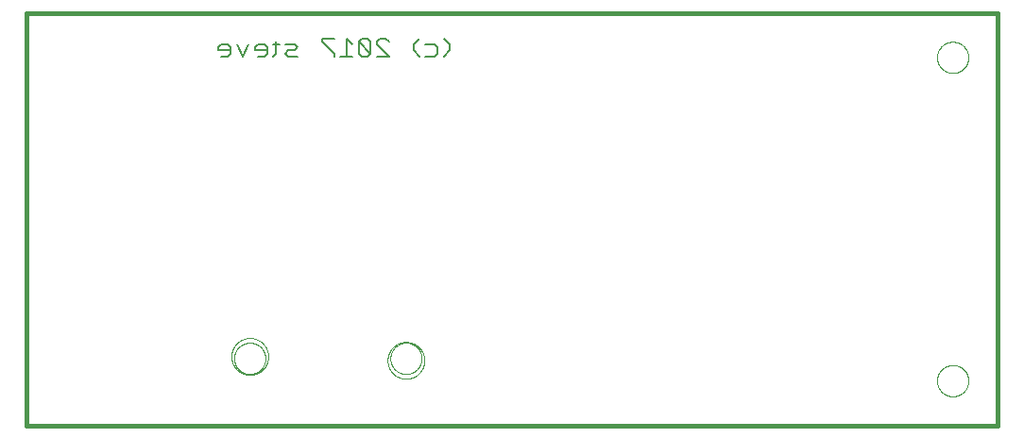
<source format=gbo>
G75*
%MOIN*%
%OFA0B0*%
%FSLAX25Y25*%
%IPPOS*%
%LPD*%
%AMOC8*
5,1,8,0,0,1.08239X$1,22.5*
%
%ADD10C,0.01600*%
%ADD11C,0.00600*%
%ADD12C,0.00000*%
D10*
X0001800Y0001800D02*
X0001800Y0147469D01*
X0344320Y0147469D01*
X0344320Y0001800D01*
X0001800Y0001800D01*
D11*
X0070558Y0132021D02*
X0072693Y0132021D01*
X0073760Y0133089D01*
X0073760Y0135224D01*
X0072693Y0136292D01*
X0070558Y0136292D01*
X0069490Y0135224D01*
X0069490Y0134156D01*
X0073760Y0134156D01*
X0075936Y0136292D02*
X0078071Y0132021D01*
X0080206Y0136292D01*
X0082381Y0135224D02*
X0082381Y0134156D01*
X0086651Y0134156D01*
X0086651Y0133089D02*
X0086651Y0135224D01*
X0085584Y0136292D01*
X0083449Y0136292D01*
X0082381Y0135224D01*
X0083449Y0132021D02*
X0085584Y0132021D01*
X0086651Y0133089D01*
X0088813Y0132021D02*
X0089881Y0133089D01*
X0089881Y0137359D01*
X0090948Y0136292D02*
X0088813Y0136292D01*
X0093124Y0136292D02*
X0096326Y0136292D01*
X0097394Y0135224D01*
X0096326Y0134156D01*
X0094191Y0134156D01*
X0093124Y0133089D01*
X0094191Y0132021D01*
X0097394Y0132021D01*
X0106015Y0137359D02*
X0110285Y0133089D01*
X0110285Y0132021D01*
X0112460Y0132021D02*
X0116730Y0132021D01*
X0114595Y0132021D02*
X0114595Y0138427D01*
X0116730Y0136292D01*
X0118905Y0137359D02*
X0123176Y0133089D01*
X0122108Y0132021D01*
X0119973Y0132021D01*
X0118905Y0133089D01*
X0118905Y0137359D01*
X0119973Y0138427D01*
X0122108Y0138427D01*
X0123176Y0137359D01*
X0123176Y0133089D01*
X0125351Y0132021D02*
X0129621Y0132021D01*
X0125351Y0136292D01*
X0125351Y0137359D01*
X0126419Y0138427D01*
X0128554Y0138427D01*
X0129621Y0137359D01*
X0138229Y0136292D02*
X0140364Y0138427D01*
X0138229Y0136292D02*
X0138229Y0134156D01*
X0140364Y0132021D01*
X0142539Y0132021D02*
X0145742Y0132021D01*
X0146809Y0133089D01*
X0146809Y0135224D01*
X0145742Y0136292D01*
X0142539Y0136292D01*
X0148971Y0138427D02*
X0151106Y0136292D01*
X0151106Y0134156D01*
X0148971Y0132021D01*
X0110285Y0138427D02*
X0106015Y0138427D01*
X0106015Y0137359D01*
D12*
X0323060Y0131721D02*
X0323062Y0131869D01*
X0323068Y0132017D01*
X0323078Y0132165D01*
X0323092Y0132312D01*
X0323110Y0132459D01*
X0323131Y0132605D01*
X0323157Y0132751D01*
X0323187Y0132896D01*
X0323220Y0133040D01*
X0323258Y0133183D01*
X0323299Y0133325D01*
X0323344Y0133466D01*
X0323392Y0133606D01*
X0323445Y0133745D01*
X0323501Y0133882D01*
X0323561Y0134017D01*
X0323624Y0134151D01*
X0323691Y0134283D01*
X0323762Y0134413D01*
X0323836Y0134541D01*
X0323913Y0134667D01*
X0323994Y0134791D01*
X0324078Y0134913D01*
X0324165Y0135032D01*
X0324256Y0135149D01*
X0324350Y0135264D01*
X0324446Y0135376D01*
X0324546Y0135486D01*
X0324648Y0135592D01*
X0324754Y0135696D01*
X0324862Y0135797D01*
X0324973Y0135895D01*
X0325086Y0135991D01*
X0325202Y0136083D01*
X0325320Y0136172D01*
X0325441Y0136257D01*
X0325564Y0136340D01*
X0325689Y0136419D01*
X0325816Y0136495D01*
X0325945Y0136567D01*
X0326076Y0136636D01*
X0326209Y0136701D01*
X0326344Y0136762D01*
X0326480Y0136820D01*
X0326617Y0136875D01*
X0326756Y0136925D01*
X0326897Y0136972D01*
X0327038Y0137015D01*
X0327181Y0137055D01*
X0327325Y0137090D01*
X0327469Y0137122D01*
X0327615Y0137149D01*
X0327761Y0137173D01*
X0327908Y0137193D01*
X0328055Y0137209D01*
X0328202Y0137221D01*
X0328350Y0137229D01*
X0328498Y0137233D01*
X0328646Y0137233D01*
X0328794Y0137229D01*
X0328942Y0137221D01*
X0329089Y0137209D01*
X0329236Y0137193D01*
X0329383Y0137173D01*
X0329529Y0137149D01*
X0329675Y0137122D01*
X0329819Y0137090D01*
X0329963Y0137055D01*
X0330106Y0137015D01*
X0330247Y0136972D01*
X0330388Y0136925D01*
X0330527Y0136875D01*
X0330664Y0136820D01*
X0330800Y0136762D01*
X0330935Y0136701D01*
X0331068Y0136636D01*
X0331199Y0136567D01*
X0331328Y0136495D01*
X0331455Y0136419D01*
X0331580Y0136340D01*
X0331703Y0136257D01*
X0331824Y0136172D01*
X0331942Y0136083D01*
X0332058Y0135991D01*
X0332171Y0135895D01*
X0332282Y0135797D01*
X0332390Y0135696D01*
X0332496Y0135592D01*
X0332598Y0135486D01*
X0332698Y0135376D01*
X0332794Y0135264D01*
X0332888Y0135149D01*
X0332979Y0135032D01*
X0333066Y0134913D01*
X0333150Y0134791D01*
X0333231Y0134667D01*
X0333308Y0134541D01*
X0333382Y0134413D01*
X0333453Y0134283D01*
X0333520Y0134151D01*
X0333583Y0134017D01*
X0333643Y0133882D01*
X0333699Y0133745D01*
X0333752Y0133606D01*
X0333800Y0133466D01*
X0333845Y0133325D01*
X0333886Y0133183D01*
X0333924Y0133040D01*
X0333957Y0132896D01*
X0333987Y0132751D01*
X0334013Y0132605D01*
X0334034Y0132459D01*
X0334052Y0132312D01*
X0334066Y0132165D01*
X0334076Y0132017D01*
X0334082Y0131869D01*
X0334084Y0131721D01*
X0334082Y0131573D01*
X0334076Y0131425D01*
X0334066Y0131277D01*
X0334052Y0131130D01*
X0334034Y0130983D01*
X0334013Y0130837D01*
X0333987Y0130691D01*
X0333957Y0130546D01*
X0333924Y0130402D01*
X0333886Y0130259D01*
X0333845Y0130117D01*
X0333800Y0129976D01*
X0333752Y0129836D01*
X0333699Y0129697D01*
X0333643Y0129560D01*
X0333583Y0129425D01*
X0333520Y0129291D01*
X0333453Y0129159D01*
X0333382Y0129029D01*
X0333308Y0128901D01*
X0333231Y0128775D01*
X0333150Y0128651D01*
X0333066Y0128529D01*
X0332979Y0128410D01*
X0332888Y0128293D01*
X0332794Y0128178D01*
X0332698Y0128066D01*
X0332598Y0127956D01*
X0332496Y0127850D01*
X0332390Y0127746D01*
X0332282Y0127645D01*
X0332171Y0127547D01*
X0332058Y0127451D01*
X0331942Y0127359D01*
X0331824Y0127270D01*
X0331703Y0127185D01*
X0331580Y0127102D01*
X0331455Y0127023D01*
X0331328Y0126947D01*
X0331199Y0126875D01*
X0331068Y0126806D01*
X0330935Y0126741D01*
X0330800Y0126680D01*
X0330664Y0126622D01*
X0330527Y0126567D01*
X0330388Y0126517D01*
X0330247Y0126470D01*
X0330106Y0126427D01*
X0329963Y0126387D01*
X0329819Y0126352D01*
X0329675Y0126320D01*
X0329529Y0126293D01*
X0329383Y0126269D01*
X0329236Y0126249D01*
X0329089Y0126233D01*
X0328942Y0126221D01*
X0328794Y0126213D01*
X0328646Y0126209D01*
X0328498Y0126209D01*
X0328350Y0126213D01*
X0328202Y0126221D01*
X0328055Y0126233D01*
X0327908Y0126249D01*
X0327761Y0126269D01*
X0327615Y0126293D01*
X0327469Y0126320D01*
X0327325Y0126352D01*
X0327181Y0126387D01*
X0327038Y0126427D01*
X0326897Y0126470D01*
X0326756Y0126517D01*
X0326617Y0126567D01*
X0326480Y0126622D01*
X0326344Y0126680D01*
X0326209Y0126741D01*
X0326076Y0126806D01*
X0325945Y0126875D01*
X0325816Y0126947D01*
X0325689Y0127023D01*
X0325564Y0127102D01*
X0325441Y0127185D01*
X0325320Y0127270D01*
X0325202Y0127359D01*
X0325086Y0127451D01*
X0324973Y0127547D01*
X0324862Y0127645D01*
X0324754Y0127746D01*
X0324648Y0127850D01*
X0324546Y0127956D01*
X0324446Y0128066D01*
X0324350Y0128178D01*
X0324256Y0128293D01*
X0324165Y0128410D01*
X0324078Y0128529D01*
X0323994Y0128651D01*
X0323913Y0128775D01*
X0323836Y0128901D01*
X0323762Y0129029D01*
X0323691Y0129159D01*
X0323624Y0129291D01*
X0323561Y0129425D01*
X0323501Y0129560D01*
X0323445Y0129697D01*
X0323392Y0129836D01*
X0323344Y0129976D01*
X0323299Y0130117D01*
X0323258Y0130259D01*
X0323220Y0130402D01*
X0323187Y0130546D01*
X0323157Y0130691D01*
X0323131Y0130837D01*
X0323110Y0130983D01*
X0323092Y0131130D01*
X0323078Y0131277D01*
X0323068Y0131425D01*
X0323062Y0131573D01*
X0323060Y0131721D01*
X0130146Y0025422D02*
X0130148Y0025570D01*
X0130154Y0025718D01*
X0130164Y0025866D01*
X0130178Y0026013D01*
X0130196Y0026160D01*
X0130217Y0026306D01*
X0130243Y0026452D01*
X0130273Y0026597D01*
X0130306Y0026741D01*
X0130344Y0026884D01*
X0130385Y0027026D01*
X0130430Y0027167D01*
X0130478Y0027307D01*
X0130531Y0027446D01*
X0130587Y0027583D01*
X0130647Y0027718D01*
X0130710Y0027852D01*
X0130777Y0027984D01*
X0130848Y0028114D01*
X0130922Y0028242D01*
X0130999Y0028368D01*
X0131080Y0028492D01*
X0131164Y0028614D01*
X0131251Y0028733D01*
X0131342Y0028850D01*
X0131436Y0028965D01*
X0131532Y0029077D01*
X0131632Y0029187D01*
X0131734Y0029293D01*
X0131840Y0029397D01*
X0131948Y0029498D01*
X0132059Y0029596D01*
X0132172Y0029692D01*
X0132288Y0029784D01*
X0132406Y0029873D01*
X0132527Y0029958D01*
X0132650Y0030041D01*
X0132775Y0030120D01*
X0132902Y0030196D01*
X0133031Y0030268D01*
X0133162Y0030337D01*
X0133295Y0030402D01*
X0133430Y0030463D01*
X0133566Y0030521D01*
X0133703Y0030576D01*
X0133842Y0030626D01*
X0133983Y0030673D01*
X0134124Y0030716D01*
X0134267Y0030756D01*
X0134411Y0030791D01*
X0134555Y0030823D01*
X0134701Y0030850D01*
X0134847Y0030874D01*
X0134994Y0030894D01*
X0135141Y0030910D01*
X0135288Y0030922D01*
X0135436Y0030930D01*
X0135584Y0030934D01*
X0135732Y0030934D01*
X0135880Y0030930D01*
X0136028Y0030922D01*
X0136175Y0030910D01*
X0136322Y0030894D01*
X0136469Y0030874D01*
X0136615Y0030850D01*
X0136761Y0030823D01*
X0136905Y0030791D01*
X0137049Y0030756D01*
X0137192Y0030716D01*
X0137333Y0030673D01*
X0137474Y0030626D01*
X0137613Y0030576D01*
X0137750Y0030521D01*
X0137886Y0030463D01*
X0138021Y0030402D01*
X0138154Y0030337D01*
X0138285Y0030268D01*
X0138414Y0030196D01*
X0138541Y0030120D01*
X0138666Y0030041D01*
X0138789Y0029958D01*
X0138910Y0029873D01*
X0139028Y0029784D01*
X0139144Y0029692D01*
X0139257Y0029596D01*
X0139368Y0029498D01*
X0139476Y0029397D01*
X0139582Y0029293D01*
X0139684Y0029187D01*
X0139784Y0029077D01*
X0139880Y0028965D01*
X0139974Y0028850D01*
X0140065Y0028733D01*
X0140152Y0028614D01*
X0140236Y0028492D01*
X0140317Y0028368D01*
X0140394Y0028242D01*
X0140468Y0028114D01*
X0140539Y0027984D01*
X0140606Y0027852D01*
X0140669Y0027718D01*
X0140729Y0027583D01*
X0140785Y0027446D01*
X0140838Y0027307D01*
X0140886Y0027167D01*
X0140931Y0027026D01*
X0140972Y0026884D01*
X0141010Y0026741D01*
X0141043Y0026597D01*
X0141073Y0026452D01*
X0141099Y0026306D01*
X0141120Y0026160D01*
X0141138Y0026013D01*
X0141152Y0025866D01*
X0141162Y0025718D01*
X0141168Y0025570D01*
X0141170Y0025422D01*
X0141168Y0025274D01*
X0141162Y0025126D01*
X0141152Y0024978D01*
X0141138Y0024831D01*
X0141120Y0024684D01*
X0141099Y0024538D01*
X0141073Y0024392D01*
X0141043Y0024247D01*
X0141010Y0024103D01*
X0140972Y0023960D01*
X0140931Y0023818D01*
X0140886Y0023677D01*
X0140838Y0023537D01*
X0140785Y0023398D01*
X0140729Y0023261D01*
X0140669Y0023126D01*
X0140606Y0022992D01*
X0140539Y0022860D01*
X0140468Y0022730D01*
X0140394Y0022602D01*
X0140317Y0022476D01*
X0140236Y0022352D01*
X0140152Y0022230D01*
X0140065Y0022111D01*
X0139974Y0021994D01*
X0139880Y0021879D01*
X0139784Y0021767D01*
X0139684Y0021657D01*
X0139582Y0021551D01*
X0139476Y0021447D01*
X0139368Y0021346D01*
X0139257Y0021248D01*
X0139144Y0021152D01*
X0139028Y0021060D01*
X0138910Y0020971D01*
X0138789Y0020886D01*
X0138666Y0020803D01*
X0138541Y0020724D01*
X0138414Y0020648D01*
X0138285Y0020576D01*
X0138154Y0020507D01*
X0138021Y0020442D01*
X0137886Y0020381D01*
X0137750Y0020323D01*
X0137613Y0020268D01*
X0137474Y0020218D01*
X0137333Y0020171D01*
X0137192Y0020128D01*
X0137049Y0020088D01*
X0136905Y0020053D01*
X0136761Y0020021D01*
X0136615Y0019994D01*
X0136469Y0019970D01*
X0136322Y0019950D01*
X0136175Y0019934D01*
X0136028Y0019922D01*
X0135880Y0019914D01*
X0135732Y0019910D01*
X0135584Y0019910D01*
X0135436Y0019914D01*
X0135288Y0019922D01*
X0135141Y0019934D01*
X0134994Y0019950D01*
X0134847Y0019970D01*
X0134701Y0019994D01*
X0134555Y0020021D01*
X0134411Y0020053D01*
X0134267Y0020088D01*
X0134124Y0020128D01*
X0133983Y0020171D01*
X0133842Y0020218D01*
X0133703Y0020268D01*
X0133566Y0020323D01*
X0133430Y0020381D01*
X0133295Y0020442D01*
X0133162Y0020507D01*
X0133031Y0020576D01*
X0132902Y0020648D01*
X0132775Y0020724D01*
X0132650Y0020803D01*
X0132527Y0020886D01*
X0132406Y0020971D01*
X0132288Y0021060D01*
X0132172Y0021152D01*
X0132059Y0021248D01*
X0131948Y0021346D01*
X0131840Y0021447D01*
X0131734Y0021551D01*
X0131632Y0021657D01*
X0131532Y0021767D01*
X0131436Y0021879D01*
X0131342Y0021994D01*
X0131251Y0022111D01*
X0131164Y0022230D01*
X0131080Y0022352D01*
X0130999Y0022476D01*
X0130922Y0022602D01*
X0130848Y0022730D01*
X0130777Y0022860D01*
X0130710Y0022992D01*
X0130647Y0023126D01*
X0130587Y0023261D01*
X0130531Y0023398D01*
X0130478Y0023537D01*
X0130430Y0023677D01*
X0130385Y0023818D01*
X0130344Y0023960D01*
X0130306Y0024103D01*
X0130273Y0024247D01*
X0130243Y0024392D01*
X0130217Y0024538D01*
X0130196Y0024684D01*
X0130178Y0024831D01*
X0130164Y0024978D01*
X0130154Y0025126D01*
X0130148Y0025274D01*
X0130146Y0025422D01*
X0129158Y0024729D02*
X0129160Y0024890D01*
X0129166Y0025050D01*
X0129176Y0025211D01*
X0129190Y0025371D01*
X0129208Y0025531D01*
X0129229Y0025690D01*
X0129255Y0025849D01*
X0129285Y0026007D01*
X0129318Y0026164D01*
X0129356Y0026321D01*
X0129397Y0026476D01*
X0129442Y0026630D01*
X0129491Y0026783D01*
X0129544Y0026935D01*
X0129600Y0027086D01*
X0129661Y0027235D01*
X0129724Y0027383D01*
X0129792Y0027529D01*
X0129863Y0027673D01*
X0129937Y0027815D01*
X0130015Y0027956D01*
X0130097Y0028094D01*
X0130182Y0028231D01*
X0130270Y0028365D01*
X0130362Y0028497D01*
X0130457Y0028627D01*
X0130555Y0028755D01*
X0130656Y0028880D01*
X0130760Y0029002D01*
X0130867Y0029122D01*
X0130977Y0029239D01*
X0131090Y0029354D01*
X0131206Y0029465D01*
X0131325Y0029574D01*
X0131446Y0029679D01*
X0131570Y0029782D01*
X0131696Y0029882D01*
X0131824Y0029978D01*
X0131955Y0030071D01*
X0132089Y0030161D01*
X0132224Y0030248D01*
X0132362Y0030331D01*
X0132501Y0030411D01*
X0132643Y0030487D01*
X0132786Y0030560D01*
X0132931Y0030629D01*
X0133078Y0030695D01*
X0133226Y0030757D01*
X0133376Y0030815D01*
X0133527Y0030870D01*
X0133680Y0030921D01*
X0133834Y0030968D01*
X0133989Y0031011D01*
X0134145Y0031050D01*
X0134301Y0031086D01*
X0134459Y0031117D01*
X0134617Y0031145D01*
X0134776Y0031169D01*
X0134936Y0031189D01*
X0135096Y0031205D01*
X0135256Y0031217D01*
X0135417Y0031225D01*
X0135578Y0031229D01*
X0135738Y0031229D01*
X0135899Y0031225D01*
X0136060Y0031217D01*
X0136220Y0031205D01*
X0136380Y0031189D01*
X0136540Y0031169D01*
X0136699Y0031145D01*
X0136857Y0031117D01*
X0137015Y0031086D01*
X0137171Y0031050D01*
X0137327Y0031011D01*
X0137482Y0030968D01*
X0137636Y0030921D01*
X0137789Y0030870D01*
X0137940Y0030815D01*
X0138090Y0030757D01*
X0138238Y0030695D01*
X0138385Y0030629D01*
X0138530Y0030560D01*
X0138673Y0030487D01*
X0138815Y0030411D01*
X0138954Y0030331D01*
X0139092Y0030248D01*
X0139227Y0030161D01*
X0139361Y0030071D01*
X0139492Y0029978D01*
X0139620Y0029882D01*
X0139746Y0029782D01*
X0139870Y0029679D01*
X0139991Y0029574D01*
X0140110Y0029465D01*
X0140226Y0029354D01*
X0140339Y0029239D01*
X0140449Y0029122D01*
X0140556Y0029002D01*
X0140660Y0028880D01*
X0140761Y0028755D01*
X0140859Y0028627D01*
X0140954Y0028497D01*
X0141046Y0028365D01*
X0141134Y0028231D01*
X0141219Y0028094D01*
X0141301Y0027956D01*
X0141379Y0027815D01*
X0141453Y0027673D01*
X0141524Y0027529D01*
X0141592Y0027383D01*
X0141655Y0027235D01*
X0141716Y0027086D01*
X0141772Y0026935D01*
X0141825Y0026783D01*
X0141874Y0026630D01*
X0141919Y0026476D01*
X0141960Y0026321D01*
X0141998Y0026164D01*
X0142031Y0026007D01*
X0142061Y0025849D01*
X0142087Y0025690D01*
X0142108Y0025531D01*
X0142126Y0025371D01*
X0142140Y0025211D01*
X0142150Y0025050D01*
X0142156Y0024890D01*
X0142158Y0024729D01*
X0142156Y0024568D01*
X0142150Y0024408D01*
X0142140Y0024247D01*
X0142126Y0024087D01*
X0142108Y0023927D01*
X0142087Y0023768D01*
X0142061Y0023609D01*
X0142031Y0023451D01*
X0141998Y0023294D01*
X0141960Y0023137D01*
X0141919Y0022982D01*
X0141874Y0022828D01*
X0141825Y0022675D01*
X0141772Y0022523D01*
X0141716Y0022372D01*
X0141655Y0022223D01*
X0141592Y0022075D01*
X0141524Y0021929D01*
X0141453Y0021785D01*
X0141379Y0021643D01*
X0141301Y0021502D01*
X0141219Y0021364D01*
X0141134Y0021227D01*
X0141046Y0021093D01*
X0140954Y0020961D01*
X0140859Y0020831D01*
X0140761Y0020703D01*
X0140660Y0020578D01*
X0140556Y0020456D01*
X0140449Y0020336D01*
X0140339Y0020219D01*
X0140226Y0020104D01*
X0140110Y0019993D01*
X0139991Y0019884D01*
X0139870Y0019779D01*
X0139746Y0019676D01*
X0139620Y0019576D01*
X0139492Y0019480D01*
X0139361Y0019387D01*
X0139227Y0019297D01*
X0139092Y0019210D01*
X0138954Y0019127D01*
X0138815Y0019047D01*
X0138673Y0018971D01*
X0138530Y0018898D01*
X0138385Y0018829D01*
X0138238Y0018763D01*
X0138090Y0018701D01*
X0137940Y0018643D01*
X0137789Y0018588D01*
X0137636Y0018537D01*
X0137482Y0018490D01*
X0137327Y0018447D01*
X0137171Y0018408D01*
X0137015Y0018372D01*
X0136857Y0018341D01*
X0136699Y0018313D01*
X0136540Y0018289D01*
X0136380Y0018269D01*
X0136220Y0018253D01*
X0136060Y0018241D01*
X0135899Y0018233D01*
X0135738Y0018229D01*
X0135578Y0018229D01*
X0135417Y0018233D01*
X0135256Y0018241D01*
X0135096Y0018253D01*
X0134936Y0018269D01*
X0134776Y0018289D01*
X0134617Y0018313D01*
X0134459Y0018341D01*
X0134301Y0018372D01*
X0134145Y0018408D01*
X0133989Y0018447D01*
X0133834Y0018490D01*
X0133680Y0018537D01*
X0133527Y0018588D01*
X0133376Y0018643D01*
X0133226Y0018701D01*
X0133078Y0018763D01*
X0132931Y0018829D01*
X0132786Y0018898D01*
X0132643Y0018971D01*
X0132501Y0019047D01*
X0132362Y0019127D01*
X0132224Y0019210D01*
X0132089Y0019297D01*
X0131955Y0019387D01*
X0131824Y0019480D01*
X0131696Y0019576D01*
X0131570Y0019676D01*
X0131446Y0019779D01*
X0131325Y0019884D01*
X0131206Y0019993D01*
X0131090Y0020104D01*
X0130977Y0020219D01*
X0130867Y0020336D01*
X0130760Y0020456D01*
X0130656Y0020578D01*
X0130555Y0020703D01*
X0130457Y0020831D01*
X0130362Y0020961D01*
X0130270Y0021093D01*
X0130182Y0021227D01*
X0130097Y0021364D01*
X0130015Y0021502D01*
X0129937Y0021643D01*
X0129863Y0021785D01*
X0129792Y0021929D01*
X0129724Y0022075D01*
X0129661Y0022223D01*
X0129600Y0022372D01*
X0129544Y0022523D01*
X0129491Y0022675D01*
X0129442Y0022828D01*
X0129397Y0022982D01*
X0129356Y0023137D01*
X0129318Y0023294D01*
X0129285Y0023451D01*
X0129255Y0023609D01*
X0129229Y0023768D01*
X0129208Y0023927D01*
X0129190Y0024087D01*
X0129176Y0024247D01*
X0129166Y0024408D01*
X0129160Y0024568D01*
X0129158Y0024729D01*
X0075028Y0025422D02*
X0075030Y0025570D01*
X0075036Y0025718D01*
X0075046Y0025866D01*
X0075060Y0026013D01*
X0075078Y0026160D01*
X0075099Y0026306D01*
X0075125Y0026452D01*
X0075155Y0026597D01*
X0075188Y0026741D01*
X0075226Y0026884D01*
X0075267Y0027026D01*
X0075312Y0027167D01*
X0075360Y0027307D01*
X0075413Y0027446D01*
X0075469Y0027583D01*
X0075529Y0027718D01*
X0075592Y0027852D01*
X0075659Y0027984D01*
X0075730Y0028114D01*
X0075804Y0028242D01*
X0075881Y0028368D01*
X0075962Y0028492D01*
X0076046Y0028614D01*
X0076133Y0028733D01*
X0076224Y0028850D01*
X0076318Y0028965D01*
X0076414Y0029077D01*
X0076514Y0029187D01*
X0076616Y0029293D01*
X0076722Y0029397D01*
X0076830Y0029498D01*
X0076941Y0029596D01*
X0077054Y0029692D01*
X0077170Y0029784D01*
X0077288Y0029873D01*
X0077409Y0029958D01*
X0077532Y0030041D01*
X0077657Y0030120D01*
X0077784Y0030196D01*
X0077913Y0030268D01*
X0078044Y0030337D01*
X0078177Y0030402D01*
X0078312Y0030463D01*
X0078448Y0030521D01*
X0078585Y0030576D01*
X0078724Y0030626D01*
X0078865Y0030673D01*
X0079006Y0030716D01*
X0079149Y0030756D01*
X0079293Y0030791D01*
X0079437Y0030823D01*
X0079583Y0030850D01*
X0079729Y0030874D01*
X0079876Y0030894D01*
X0080023Y0030910D01*
X0080170Y0030922D01*
X0080318Y0030930D01*
X0080466Y0030934D01*
X0080614Y0030934D01*
X0080762Y0030930D01*
X0080910Y0030922D01*
X0081057Y0030910D01*
X0081204Y0030894D01*
X0081351Y0030874D01*
X0081497Y0030850D01*
X0081643Y0030823D01*
X0081787Y0030791D01*
X0081931Y0030756D01*
X0082074Y0030716D01*
X0082215Y0030673D01*
X0082356Y0030626D01*
X0082495Y0030576D01*
X0082632Y0030521D01*
X0082768Y0030463D01*
X0082903Y0030402D01*
X0083036Y0030337D01*
X0083167Y0030268D01*
X0083296Y0030196D01*
X0083423Y0030120D01*
X0083548Y0030041D01*
X0083671Y0029958D01*
X0083792Y0029873D01*
X0083910Y0029784D01*
X0084026Y0029692D01*
X0084139Y0029596D01*
X0084250Y0029498D01*
X0084358Y0029397D01*
X0084464Y0029293D01*
X0084566Y0029187D01*
X0084666Y0029077D01*
X0084762Y0028965D01*
X0084856Y0028850D01*
X0084947Y0028733D01*
X0085034Y0028614D01*
X0085118Y0028492D01*
X0085199Y0028368D01*
X0085276Y0028242D01*
X0085350Y0028114D01*
X0085421Y0027984D01*
X0085488Y0027852D01*
X0085551Y0027718D01*
X0085611Y0027583D01*
X0085667Y0027446D01*
X0085720Y0027307D01*
X0085768Y0027167D01*
X0085813Y0027026D01*
X0085854Y0026884D01*
X0085892Y0026741D01*
X0085925Y0026597D01*
X0085955Y0026452D01*
X0085981Y0026306D01*
X0086002Y0026160D01*
X0086020Y0026013D01*
X0086034Y0025866D01*
X0086044Y0025718D01*
X0086050Y0025570D01*
X0086052Y0025422D01*
X0086050Y0025274D01*
X0086044Y0025126D01*
X0086034Y0024978D01*
X0086020Y0024831D01*
X0086002Y0024684D01*
X0085981Y0024538D01*
X0085955Y0024392D01*
X0085925Y0024247D01*
X0085892Y0024103D01*
X0085854Y0023960D01*
X0085813Y0023818D01*
X0085768Y0023677D01*
X0085720Y0023537D01*
X0085667Y0023398D01*
X0085611Y0023261D01*
X0085551Y0023126D01*
X0085488Y0022992D01*
X0085421Y0022860D01*
X0085350Y0022730D01*
X0085276Y0022602D01*
X0085199Y0022476D01*
X0085118Y0022352D01*
X0085034Y0022230D01*
X0084947Y0022111D01*
X0084856Y0021994D01*
X0084762Y0021879D01*
X0084666Y0021767D01*
X0084566Y0021657D01*
X0084464Y0021551D01*
X0084358Y0021447D01*
X0084250Y0021346D01*
X0084139Y0021248D01*
X0084026Y0021152D01*
X0083910Y0021060D01*
X0083792Y0020971D01*
X0083671Y0020886D01*
X0083548Y0020803D01*
X0083423Y0020724D01*
X0083296Y0020648D01*
X0083167Y0020576D01*
X0083036Y0020507D01*
X0082903Y0020442D01*
X0082768Y0020381D01*
X0082632Y0020323D01*
X0082495Y0020268D01*
X0082356Y0020218D01*
X0082215Y0020171D01*
X0082074Y0020128D01*
X0081931Y0020088D01*
X0081787Y0020053D01*
X0081643Y0020021D01*
X0081497Y0019994D01*
X0081351Y0019970D01*
X0081204Y0019950D01*
X0081057Y0019934D01*
X0080910Y0019922D01*
X0080762Y0019914D01*
X0080614Y0019910D01*
X0080466Y0019910D01*
X0080318Y0019914D01*
X0080170Y0019922D01*
X0080023Y0019934D01*
X0079876Y0019950D01*
X0079729Y0019970D01*
X0079583Y0019994D01*
X0079437Y0020021D01*
X0079293Y0020053D01*
X0079149Y0020088D01*
X0079006Y0020128D01*
X0078865Y0020171D01*
X0078724Y0020218D01*
X0078585Y0020268D01*
X0078448Y0020323D01*
X0078312Y0020381D01*
X0078177Y0020442D01*
X0078044Y0020507D01*
X0077913Y0020576D01*
X0077784Y0020648D01*
X0077657Y0020724D01*
X0077532Y0020803D01*
X0077409Y0020886D01*
X0077288Y0020971D01*
X0077170Y0021060D01*
X0077054Y0021152D01*
X0076941Y0021248D01*
X0076830Y0021346D01*
X0076722Y0021447D01*
X0076616Y0021551D01*
X0076514Y0021657D01*
X0076414Y0021767D01*
X0076318Y0021879D01*
X0076224Y0021994D01*
X0076133Y0022111D01*
X0076046Y0022230D01*
X0075962Y0022352D01*
X0075881Y0022476D01*
X0075804Y0022602D01*
X0075730Y0022730D01*
X0075659Y0022860D01*
X0075592Y0022992D01*
X0075529Y0023126D01*
X0075469Y0023261D01*
X0075413Y0023398D01*
X0075360Y0023537D01*
X0075312Y0023677D01*
X0075267Y0023818D01*
X0075226Y0023960D01*
X0075188Y0024103D01*
X0075155Y0024247D01*
X0075125Y0024392D01*
X0075099Y0024538D01*
X0075078Y0024684D01*
X0075060Y0024831D01*
X0075046Y0024978D01*
X0075036Y0025126D01*
X0075030Y0025274D01*
X0075028Y0025422D01*
X0074040Y0026107D02*
X0074042Y0026268D01*
X0074048Y0026428D01*
X0074058Y0026589D01*
X0074072Y0026749D01*
X0074090Y0026909D01*
X0074111Y0027068D01*
X0074137Y0027227D01*
X0074167Y0027385D01*
X0074200Y0027542D01*
X0074238Y0027699D01*
X0074279Y0027854D01*
X0074324Y0028008D01*
X0074373Y0028161D01*
X0074426Y0028313D01*
X0074482Y0028464D01*
X0074543Y0028613D01*
X0074606Y0028761D01*
X0074674Y0028907D01*
X0074745Y0029051D01*
X0074819Y0029193D01*
X0074897Y0029334D01*
X0074979Y0029472D01*
X0075064Y0029609D01*
X0075152Y0029743D01*
X0075244Y0029875D01*
X0075339Y0030005D01*
X0075437Y0030133D01*
X0075538Y0030258D01*
X0075642Y0030380D01*
X0075749Y0030500D01*
X0075859Y0030617D01*
X0075972Y0030732D01*
X0076088Y0030843D01*
X0076207Y0030952D01*
X0076328Y0031057D01*
X0076452Y0031160D01*
X0076578Y0031260D01*
X0076706Y0031356D01*
X0076837Y0031449D01*
X0076971Y0031539D01*
X0077106Y0031626D01*
X0077244Y0031709D01*
X0077383Y0031789D01*
X0077525Y0031865D01*
X0077668Y0031938D01*
X0077813Y0032007D01*
X0077960Y0032073D01*
X0078108Y0032135D01*
X0078258Y0032193D01*
X0078409Y0032248D01*
X0078562Y0032299D01*
X0078716Y0032346D01*
X0078871Y0032389D01*
X0079027Y0032428D01*
X0079183Y0032464D01*
X0079341Y0032495D01*
X0079499Y0032523D01*
X0079658Y0032547D01*
X0079818Y0032567D01*
X0079978Y0032583D01*
X0080138Y0032595D01*
X0080299Y0032603D01*
X0080460Y0032607D01*
X0080620Y0032607D01*
X0080781Y0032603D01*
X0080942Y0032595D01*
X0081102Y0032583D01*
X0081262Y0032567D01*
X0081422Y0032547D01*
X0081581Y0032523D01*
X0081739Y0032495D01*
X0081897Y0032464D01*
X0082053Y0032428D01*
X0082209Y0032389D01*
X0082364Y0032346D01*
X0082518Y0032299D01*
X0082671Y0032248D01*
X0082822Y0032193D01*
X0082972Y0032135D01*
X0083120Y0032073D01*
X0083267Y0032007D01*
X0083412Y0031938D01*
X0083555Y0031865D01*
X0083697Y0031789D01*
X0083836Y0031709D01*
X0083974Y0031626D01*
X0084109Y0031539D01*
X0084243Y0031449D01*
X0084374Y0031356D01*
X0084502Y0031260D01*
X0084628Y0031160D01*
X0084752Y0031057D01*
X0084873Y0030952D01*
X0084992Y0030843D01*
X0085108Y0030732D01*
X0085221Y0030617D01*
X0085331Y0030500D01*
X0085438Y0030380D01*
X0085542Y0030258D01*
X0085643Y0030133D01*
X0085741Y0030005D01*
X0085836Y0029875D01*
X0085928Y0029743D01*
X0086016Y0029609D01*
X0086101Y0029472D01*
X0086183Y0029334D01*
X0086261Y0029193D01*
X0086335Y0029051D01*
X0086406Y0028907D01*
X0086474Y0028761D01*
X0086537Y0028613D01*
X0086598Y0028464D01*
X0086654Y0028313D01*
X0086707Y0028161D01*
X0086756Y0028008D01*
X0086801Y0027854D01*
X0086842Y0027699D01*
X0086880Y0027542D01*
X0086913Y0027385D01*
X0086943Y0027227D01*
X0086969Y0027068D01*
X0086990Y0026909D01*
X0087008Y0026749D01*
X0087022Y0026589D01*
X0087032Y0026428D01*
X0087038Y0026268D01*
X0087040Y0026107D01*
X0087038Y0025946D01*
X0087032Y0025786D01*
X0087022Y0025625D01*
X0087008Y0025465D01*
X0086990Y0025305D01*
X0086969Y0025146D01*
X0086943Y0024987D01*
X0086913Y0024829D01*
X0086880Y0024672D01*
X0086842Y0024515D01*
X0086801Y0024360D01*
X0086756Y0024206D01*
X0086707Y0024053D01*
X0086654Y0023901D01*
X0086598Y0023750D01*
X0086537Y0023601D01*
X0086474Y0023453D01*
X0086406Y0023307D01*
X0086335Y0023163D01*
X0086261Y0023021D01*
X0086183Y0022880D01*
X0086101Y0022742D01*
X0086016Y0022605D01*
X0085928Y0022471D01*
X0085836Y0022339D01*
X0085741Y0022209D01*
X0085643Y0022081D01*
X0085542Y0021956D01*
X0085438Y0021834D01*
X0085331Y0021714D01*
X0085221Y0021597D01*
X0085108Y0021482D01*
X0084992Y0021371D01*
X0084873Y0021262D01*
X0084752Y0021157D01*
X0084628Y0021054D01*
X0084502Y0020954D01*
X0084374Y0020858D01*
X0084243Y0020765D01*
X0084109Y0020675D01*
X0083974Y0020588D01*
X0083836Y0020505D01*
X0083697Y0020425D01*
X0083555Y0020349D01*
X0083412Y0020276D01*
X0083267Y0020207D01*
X0083120Y0020141D01*
X0082972Y0020079D01*
X0082822Y0020021D01*
X0082671Y0019966D01*
X0082518Y0019915D01*
X0082364Y0019868D01*
X0082209Y0019825D01*
X0082053Y0019786D01*
X0081897Y0019750D01*
X0081739Y0019719D01*
X0081581Y0019691D01*
X0081422Y0019667D01*
X0081262Y0019647D01*
X0081102Y0019631D01*
X0080942Y0019619D01*
X0080781Y0019611D01*
X0080620Y0019607D01*
X0080460Y0019607D01*
X0080299Y0019611D01*
X0080138Y0019619D01*
X0079978Y0019631D01*
X0079818Y0019647D01*
X0079658Y0019667D01*
X0079499Y0019691D01*
X0079341Y0019719D01*
X0079183Y0019750D01*
X0079027Y0019786D01*
X0078871Y0019825D01*
X0078716Y0019868D01*
X0078562Y0019915D01*
X0078409Y0019966D01*
X0078258Y0020021D01*
X0078108Y0020079D01*
X0077960Y0020141D01*
X0077813Y0020207D01*
X0077668Y0020276D01*
X0077525Y0020349D01*
X0077383Y0020425D01*
X0077244Y0020505D01*
X0077106Y0020588D01*
X0076971Y0020675D01*
X0076837Y0020765D01*
X0076706Y0020858D01*
X0076578Y0020954D01*
X0076452Y0021054D01*
X0076328Y0021157D01*
X0076207Y0021262D01*
X0076088Y0021371D01*
X0075972Y0021482D01*
X0075859Y0021597D01*
X0075749Y0021714D01*
X0075642Y0021834D01*
X0075538Y0021956D01*
X0075437Y0022081D01*
X0075339Y0022209D01*
X0075244Y0022339D01*
X0075152Y0022471D01*
X0075064Y0022605D01*
X0074979Y0022742D01*
X0074897Y0022880D01*
X0074819Y0023021D01*
X0074745Y0023163D01*
X0074674Y0023307D01*
X0074606Y0023453D01*
X0074543Y0023601D01*
X0074482Y0023750D01*
X0074426Y0023901D01*
X0074373Y0024053D01*
X0074324Y0024206D01*
X0074279Y0024360D01*
X0074238Y0024515D01*
X0074200Y0024672D01*
X0074167Y0024829D01*
X0074137Y0024987D01*
X0074111Y0025146D01*
X0074090Y0025305D01*
X0074072Y0025465D01*
X0074058Y0025625D01*
X0074048Y0025786D01*
X0074042Y0025946D01*
X0074040Y0026107D01*
X0323060Y0017548D02*
X0323062Y0017696D01*
X0323068Y0017844D01*
X0323078Y0017992D01*
X0323092Y0018139D01*
X0323110Y0018286D01*
X0323131Y0018432D01*
X0323157Y0018578D01*
X0323187Y0018723D01*
X0323220Y0018867D01*
X0323258Y0019010D01*
X0323299Y0019152D01*
X0323344Y0019293D01*
X0323392Y0019433D01*
X0323445Y0019572D01*
X0323501Y0019709D01*
X0323561Y0019844D01*
X0323624Y0019978D01*
X0323691Y0020110D01*
X0323762Y0020240D01*
X0323836Y0020368D01*
X0323913Y0020494D01*
X0323994Y0020618D01*
X0324078Y0020740D01*
X0324165Y0020859D01*
X0324256Y0020976D01*
X0324350Y0021091D01*
X0324446Y0021203D01*
X0324546Y0021313D01*
X0324648Y0021419D01*
X0324754Y0021523D01*
X0324862Y0021624D01*
X0324973Y0021722D01*
X0325086Y0021818D01*
X0325202Y0021910D01*
X0325320Y0021999D01*
X0325441Y0022084D01*
X0325564Y0022167D01*
X0325689Y0022246D01*
X0325816Y0022322D01*
X0325945Y0022394D01*
X0326076Y0022463D01*
X0326209Y0022528D01*
X0326344Y0022589D01*
X0326480Y0022647D01*
X0326617Y0022702D01*
X0326756Y0022752D01*
X0326897Y0022799D01*
X0327038Y0022842D01*
X0327181Y0022882D01*
X0327325Y0022917D01*
X0327469Y0022949D01*
X0327615Y0022976D01*
X0327761Y0023000D01*
X0327908Y0023020D01*
X0328055Y0023036D01*
X0328202Y0023048D01*
X0328350Y0023056D01*
X0328498Y0023060D01*
X0328646Y0023060D01*
X0328794Y0023056D01*
X0328942Y0023048D01*
X0329089Y0023036D01*
X0329236Y0023020D01*
X0329383Y0023000D01*
X0329529Y0022976D01*
X0329675Y0022949D01*
X0329819Y0022917D01*
X0329963Y0022882D01*
X0330106Y0022842D01*
X0330247Y0022799D01*
X0330388Y0022752D01*
X0330527Y0022702D01*
X0330664Y0022647D01*
X0330800Y0022589D01*
X0330935Y0022528D01*
X0331068Y0022463D01*
X0331199Y0022394D01*
X0331328Y0022322D01*
X0331455Y0022246D01*
X0331580Y0022167D01*
X0331703Y0022084D01*
X0331824Y0021999D01*
X0331942Y0021910D01*
X0332058Y0021818D01*
X0332171Y0021722D01*
X0332282Y0021624D01*
X0332390Y0021523D01*
X0332496Y0021419D01*
X0332598Y0021313D01*
X0332698Y0021203D01*
X0332794Y0021091D01*
X0332888Y0020976D01*
X0332979Y0020859D01*
X0333066Y0020740D01*
X0333150Y0020618D01*
X0333231Y0020494D01*
X0333308Y0020368D01*
X0333382Y0020240D01*
X0333453Y0020110D01*
X0333520Y0019978D01*
X0333583Y0019844D01*
X0333643Y0019709D01*
X0333699Y0019572D01*
X0333752Y0019433D01*
X0333800Y0019293D01*
X0333845Y0019152D01*
X0333886Y0019010D01*
X0333924Y0018867D01*
X0333957Y0018723D01*
X0333987Y0018578D01*
X0334013Y0018432D01*
X0334034Y0018286D01*
X0334052Y0018139D01*
X0334066Y0017992D01*
X0334076Y0017844D01*
X0334082Y0017696D01*
X0334084Y0017548D01*
X0334082Y0017400D01*
X0334076Y0017252D01*
X0334066Y0017104D01*
X0334052Y0016957D01*
X0334034Y0016810D01*
X0334013Y0016664D01*
X0333987Y0016518D01*
X0333957Y0016373D01*
X0333924Y0016229D01*
X0333886Y0016086D01*
X0333845Y0015944D01*
X0333800Y0015803D01*
X0333752Y0015663D01*
X0333699Y0015524D01*
X0333643Y0015387D01*
X0333583Y0015252D01*
X0333520Y0015118D01*
X0333453Y0014986D01*
X0333382Y0014856D01*
X0333308Y0014728D01*
X0333231Y0014602D01*
X0333150Y0014478D01*
X0333066Y0014356D01*
X0332979Y0014237D01*
X0332888Y0014120D01*
X0332794Y0014005D01*
X0332698Y0013893D01*
X0332598Y0013783D01*
X0332496Y0013677D01*
X0332390Y0013573D01*
X0332282Y0013472D01*
X0332171Y0013374D01*
X0332058Y0013278D01*
X0331942Y0013186D01*
X0331824Y0013097D01*
X0331703Y0013012D01*
X0331580Y0012929D01*
X0331455Y0012850D01*
X0331328Y0012774D01*
X0331199Y0012702D01*
X0331068Y0012633D01*
X0330935Y0012568D01*
X0330800Y0012507D01*
X0330664Y0012449D01*
X0330527Y0012394D01*
X0330388Y0012344D01*
X0330247Y0012297D01*
X0330106Y0012254D01*
X0329963Y0012214D01*
X0329819Y0012179D01*
X0329675Y0012147D01*
X0329529Y0012120D01*
X0329383Y0012096D01*
X0329236Y0012076D01*
X0329089Y0012060D01*
X0328942Y0012048D01*
X0328794Y0012040D01*
X0328646Y0012036D01*
X0328498Y0012036D01*
X0328350Y0012040D01*
X0328202Y0012048D01*
X0328055Y0012060D01*
X0327908Y0012076D01*
X0327761Y0012096D01*
X0327615Y0012120D01*
X0327469Y0012147D01*
X0327325Y0012179D01*
X0327181Y0012214D01*
X0327038Y0012254D01*
X0326897Y0012297D01*
X0326756Y0012344D01*
X0326617Y0012394D01*
X0326480Y0012449D01*
X0326344Y0012507D01*
X0326209Y0012568D01*
X0326076Y0012633D01*
X0325945Y0012702D01*
X0325816Y0012774D01*
X0325689Y0012850D01*
X0325564Y0012929D01*
X0325441Y0013012D01*
X0325320Y0013097D01*
X0325202Y0013186D01*
X0325086Y0013278D01*
X0324973Y0013374D01*
X0324862Y0013472D01*
X0324754Y0013573D01*
X0324648Y0013677D01*
X0324546Y0013783D01*
X0324446Y0013893D01*
X0324350Y0014005D01*
X0324256Y0014120D01*
X0324165Y0014237D01*
X0324078Y0014356D01*
X0323994Y0014478D01*
X0323913Y0014602D01*
X0323836Y0014728D01*
X0323762Y0014856D01*
X0323691Y0014986D01*
X0323624Y0015118D01*
X0323561Y0015252D01*
X0323501Y0015387D01*
X0323445Y0015524D01*
X0323392Y0015663D01*
X0323344Y0015803D01*
X0323299Y0015944D01*
X0323258Y0016086D01*
X0323220Y0016229D01*
X0323187Y0016373D01*
X0323157Y0016518D01*
X0323131Y0016664D01*
X0323110Y0016810D01*
X0323092Y0016957D01*
X0323078Y0017104D01*
X0323068Y0017252D01*
X0323062Y0017400D01*
X0323060Y0017548D01*
M02*

</source>
